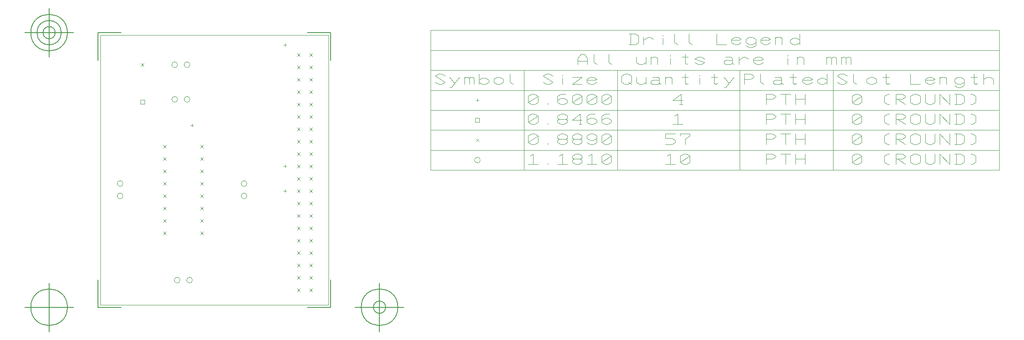
<source format=gbr>
G04 Generated by Ultiboard 14.0 *
%FSLAX34Y34*%
%MOMM*%

%ADD10C,0.0001*%
%ADD11C,0.0100*%
%ADD12C,0.1000*%
%ADD13C,0.0010*%
%ADD14C,0.1270*%


G04 ColorRGB 000000 for the following layer *
%LNDrill Symbols-Copper Top-Copper Bottom*%
%LPD*%
G54D11*
X-43640Y83820D02*
X-37640Y83820D01*
X-40640Y80820D02*
X-40640Y86820D01*
X200057Y-130143D02*
X206343Y-123857D01*
X200057Y-123857D02*
X206343Y-130143D01*
X174657Y-225457D02*
X180943Y-231743D01*
X174657Y-231743D02*
X180943Y-225457D01*
X174657Y-200057D02*
X180943Y-206343D01*
X174657Y-206343D02*
X180943Y-200057D01*
X174657Y-174657D02*
X180943Y-180943D01*
X174657Y-180943D02*
X180943Y-174657D01*
X174657Y-149257D02*
X180943Y-155543D01*
X174657Y-155543D02*
X180943Y-149257D01*
X174657Y-130143D02*
X180943Y-123857D01*
X174657Y-123857D02*
X180943Y-130143D01*
X174657Y-104743D02*
X180943Y-98457D01*
X174657Y-98457D02*
X180943Y-104743D01*
X174657Y-79343D02*
X180943Y-73057D01*
X174657Y-73057D02*
X180943Y-79343D01*
X174657Y-53943D02*
X180943Y-47657D01*
X174657Y-47657D02*
X180943Y-53943D01*
X174657Y-28543D02*
X180943Y-22257D01*
X174657Y-22257D02*
X180943Y-28543D01*
X174657Y-3143D02*
X180943Y3143D01*
X174657Y3143D02*
X180943Y-3143D01*
X174657Y28543D02*
X180943Y22257D01*
X174657Y22257D02*
X180943Y28543D01*
X174657Y47657D02*
X180943Y53943D01*
X174657Y53943D02*
X180943Y47657D01*
X174657Y73057D02*
X180943Y79343D01*
X174657Y79343D02*
X180943Y73057D01*
X174657Y104743D02*
X180943Y98457D01*
X174657Y98457D02*
X180943Y104743D01*
X174657Y123857D02*
X180943Y130143D01*
X174657Y130143D02*
X180943Y123857D01*
X174657Y155543D02*
X180943Y149257D01*
X174657Y149257D02*
X180943Y155543D01*
X174657Y180943D02*
X180943Y174657D01*
X174657Y174657D02*
X180943Y180943D01*
X174657Y200057D02*
X180943Y206343D01*
X174657Y206343D02*
X180943Y200057D01*
X174657Y225457D02*
X180943Y231743D01*
X174657Y231743D02*
X180943Y225457D01*
X200057Y-250857D02*
X206343Y-257143D01*
X200057Y-257143D02*
X206343Y-250857D01*
X200057Y-225457D02*
X206343Y-231743D01*
X200057Y-231743D02*
X206343Y-225457D01*
X200057Y-200057D02*
X206343Y-206343D01*
X200057Y-206343D02*
X206343Y-200057D01*
X200057Y-180943D02*
X206343Y-174657D01*
X200057Y-174657D02*
X206343Y-180943D01*
X200057Y-149257D02*
X206343Y-155543D01*
X200057Y-155543D02*
X206343Y-149257D01*
X200057Y-104743D02*
X206343Y-98457D01*
X200057Y-98457D02*
X206343Y-104743D01*
X200057Y-73057D02*
X206343Y-79343D01*
X200057Y-79343D02*
X206343Y-73057D01*
X200057Y-53943D02*
X206343Y-47657D01*
X200057Y-47657D02*
X206343Y-53943D01*
X200057Y-28543D02*
X206343Y-22257D01*
X200057Y-22257D02*
X206343Y-28543D01*
X200057Y-3143D02*
X206343Y3143D01*
X200057Y3143D02*
X206343Y-3143D01*
X200057Y28543D02*
X206343Y22257D01*
X200057Y22257D02*
X206343Y28543D01*
X200057Y47657D02*
X206343Y53943D01*
X200057Y53943D02*
X206343Y47657D01*
X200057Y73057D02*
X206343Y79343D01*
X200057Y79343D02*
X206343Y73057D01*
X200057Y104743D02*
X206343Y98457D01*
X200057Y98457D02*
X206343Y104743D01*
X200057Y123857D02*
X206343Y130143D01*
X200057Y130143D02*
X206343Y123857D01*
X200057Y149257D02*
X206343Y155543D01*
X200057Y155543D02*
X206343Y149257D01*
X200057Y180943D02*
X206343Y174657D01*
X200057Y174657D02*
X206343Y180943D01*
X200057Y206343D02*
X206343Y200057D01*
X200057Y200057D02*
X206343Y206343D01*
X200057Y225457D02*
X206343Y231743D01*
X200057Y231743D02*
X206343Y225457D01*
X174657Y-250857D02*
X180943Y-257143D01*
X174657Y-257143D02*
X180943Y-250857D01*
X-23463Y-32417D02*
X-17177Y-38703D01*
X-23463Y-38703D02*
X-17177Y-32417D01*
X-99663Y-134017D02*
X-93377Y-140303D01*
X-99663Y-140303D02*
X-93377Y-134017D01*
X-23463Y-83217D02*
X-17177Y-89503D01*
X-23463Y-89503D02*
X-17177Y-83217D01*
X-23463Y-114903D02*
X-17177Y-108617D01*
X-23463Y-108617D02*
X-17177Y-114903D01*
X-23463Y-64103D02*
X-17177Y-57817D01*
X-23463Y-57817D02*
X-17177Y-64103D01*
X-23463Y-13303D02*
X-17177Y-7017D01*
X-23463Y-7017D02*
X-17177Y-13303D01*
X-23463Y12097D02*
X-17177Y18383D01*
X-23463Y18383D02*
X-17177Y12097D01*
X-23463Y37497D02*
X-17177Y43783D01*
X-23463Y43783D02*
X-17177Y37497D01*
X-99663Y18383D02*
X-93377Y12097D01*
X-99663Y12097D02*
X-93377Y18383D01*
X-99663Y-64103D02*
X-93377Y-57817D01*
X-99663Y-57817D02*
X-93377Y-64103D01*
X-99663Y-89503D02*
X-93377Y-83217D01*
X-99663Y-83217D02*
X-93377Y-89503D01*
X-99663Y-114903D02*
X-93377Y-108617D01*
X-99663Y-108617D02*
X-93377Y-114903D01*
X-99663Y-7017D02*
X-93377Y-13303D01*
X-99663Y-13303D02*
X-93377Y-7017D01*
X-99663Y-32417D02*
X-93377Y-38703D01*
X-99663Y-38703D02*
X-93377Y-32417D01*
X-99663Y37497D02*
X-93377Y43783D01*
X-99663Y43783D02*
X-93377Y37497D01*
X-23463Y-140303D02*
X-17177Y-134017D01*
X-23463Y-134017D02*
X-17177Y-140303D01*
X146860Y0D02*
X152860Y0D01*
X149860Y-3000D02*
X149860Y3000D01*
X146860Y-50800D02*
X152860Y-50800D01*
X149860Y-53800D02*
X149860Y-47800D01*
X-146473Y127847D02*
X-138007Y127847D01*
X-138007Y136313D01*
X-146473Y136313D01*
X-146473Y127847D01*
X-145383Y211423D02*
X-139097Y205137D01*
X-145383Y205137D02*
X-139097Y211423D01*
X146860Y248920D02*
X152860Y248920D01*
X149860Y245920D02*
X149860Y251920D01*
X540943Y50423D02*
X547229Y56709D01*
X540943Y56709D02*
X547229Y50423D01*
X539853Y90333D02*
X548319Y90333D01*
X548319Y98799D01*
X539853Y98799D01*
X539853Y90333D01*
X541086Y135566D02*
X547086Y135566D01*
X544086Y132566D02*
X544086Y138566D01*
G54D12*
X-82105Y208280D02*
G75*
D01*
G02X-82105Y208280I5905J0*
G01*
X-56705Y208280D02*
G75*
D01*
G02X-56705Y208280I5905J0*
G01*
X-82105Y137160D02*
G75*
D01*
G02X-82105Y137160I5905J0*
G01*
X-56705Y137160D02*
G75*
D01*
G02X-56705Y137160I5905J0*
G01*
X-77025Y-233680D02*
G75*
D01*
G02X-77025Y-233680I5905J0*
G01*
X-51625Y-233680D02*
G75*
D01*
G02X-51625Y-233680I5905J0*
G01*
X60135Y-60960D02*
G75*
D01*
G02X60135Y-60960I5905J0*
G01*
X60135Y-35560D02*
G75*
D01*
G02X60135Y-35560I5905J0*
G01*
X-193865Y-60960D02*
G75*
D01*
G02X-193865Y-60960I5905J0*
G01*
X-193865Y-35560D02*
G75*
D01*
G02X-193865Y-35560I5905J0*
G01*
X538181Y12566D02*
G75*
D01*
G02X538181Y12566I5905J0*
G01*
X651753Y21137D02*
X658419Y25423D01*
X658419Y3995D01*
X648419Y3995D02*
X668419Y3995D01*
X688419Y3995D02*
X688419Y6137D01*
X711753Y21137D02*
X718419Y25423D01*
X718419Y3995D01*
X708419Y3995D02*
X728419Y3995D01*
X751753Y3995D02*
X745086Y3995D01*
X738419Y8280D01*
X738419Y12566D01*
X741753Y14709D01*
X738419Y16852D01*
X738419Y21137D01*
X745086Y25423D01*
X751753Y25423D01*
X758419Y21137D01*
X758419Y16852D01*
X755086Y14709D01*
X758419Y12566D01*
X758419Y8280D01*
X751753Y3995D01*
X741753Y14709D02*
X755086Y14709D01*
X771753Y21137D02*
X778419Y25423D01*
X778419Y3995D01*
X768419Y3995D02*
X788419Y3995D01*
X798419Y21137D02*
X805086Y25423D01*
X811753Y25423D01*
X818419Y21137D01*
X818419Y8280D01*
X811753Y3995D01*
X805086Y3995D01*
X798419Y8280D01*
X798419Y21137D01*
X818419Y21137D02*
X798419Y8280D01*
X932753Y21137D02*
X939419Y25423D01*
X939419Y3995D01*
X929419Y3995D02*
X949419Y3995D01*
X959419Y21137D02*
X966086Y25423D01*
X972753Y25423D01*
X979419Y21137D01*
X979419Y8280D01*
X972753Y3995D01*
X966086Y3995D01*
X959419Y8280D01*
X959419Y21137D01*
X979419Y21137D02*
X959419Y8280D01*
X1135419Y3995D02*
X1135419Y25423D01*
X1148753Y25423D01*
X1155419Y21137D01*
X1155419Y18995D01*
X1148753Y14709D01*
X1135419Y14709D01*
X1175419Y3995D02*
X1175419Y25423D01*
X1165419Y25423D02*
X1185419Y25423D01*
X1195419Y3995D02*
X1195419Y25423D01*
X1215419Y3995D02*
X1215419Y25423D01*
X1195419Y14709D02*
X1215419Y14709D01*
X1311419Y21137D02*
X1318086Y25423D01*
X1324753Y25423D01*
X1331419Y21137D01*
X1331419Y8280D01*
X1324753Y3995D01*
X1318086Y3995D01*
X1311419Y8280D01*
X1311419Y21137D01*
X1331419Y21137D02*
X1311419Y8280D01*
X1388086Y3995D02*
X1384753Y3995D01*
X1378086Y8280D01*
X1378086Y21137D01*
X1384753Y25423D01*
X1388086Y25423D01*
X1401419Y3995D02*
X1401419Y25423D01*
X1414753Y25423D01*
X1421419Y21137D01*
X1421419Y18995D01*
X1414753Y14709D01*
X1401419Y14709D01*
X1404753Y14709D02*
X1421419Y3995D01*
X1431419Y8280D02*
X1438086Y3995D01*
X1444753Y3995D01*
X1451419Y8280D01*
X1451419Y21137D01*
X1444753Y25423D01*
X1438086Y25423D01*
X1431419Y21137D01*
X1431419Y8280D01*
X1461419Y25423D02*
X1461419Y8280D01*
X1468086Y3995D01*
X1474753Y3995D01*
X1481419Y8280D01*
X1481419Y25423D01*
X1491419Y3995D02*
X1491419Y25423D01*
X1511419Y3995D01*
X1511419Y25423D01*
X1521419Y3995D02*
X1534753Y3995D01*
X1541419Y8280D01*
X1541419Y21137D01*
X1534753Y25423D01*
X1521419Y25423D01*
X1524753Y25423D02*
X1524753Y3995D01*
X1554753Y25423D02*
X1558086Y25423D01*
X1564753Y21137D01*
X1564753Y8280D01*
X1558086Y3995D01*
X1554753Y3995D01*
X648419Y62137D02*
X655086Y66423D01*
X661753Y66423D01*
X668419Y62137D01*
X668419Y49280D01*
X661753Y44995D01*
X655086Y44995D01*
X648419Y49280D01*
X648419Y62137D01*
X668419Y62137D02*
X648419Y49280D01*
X688419Y44995D02*
X688419Y47137D01*
X721753Y44995D02*
X715086Y44995D01*
X708419Y49280D01*
X708419Y53566D01*
X711753Y55709D01*
X708419Y57852D01*
X708419Y62137D01*
X715086Y66423D01*
X721753Y66423D01*
X728419Y62137D01*
X728419Y57852D01*
X725086Y55709D01*
X728419Y53566D01*
X728419Y49280D01*
X721753Y44995D01*
X711753Y55709D02*
X725086Y55709D01*
X751753Y44995D02*
X745086Y44995D01*
X738419Y49280D01*
X738419Y53566D01*
X741753Y55709D01*
X738419Y57852D01*
X738419Y62137D01*
X745086Y66423D01*
X751753Y66423D01*
X758419Y62137D01*
X758419Y57852D01*
X755086Y55709D01*
X758419Y53566D01*
X758419Y49280D01*
X751753Y44995D01*
X741753Y55709D02*
X755086Y55709D01*
X768419Y49280D02*
X775086Y44995D01*
X781753Y44995D01*
X788419Y49280D01*
X788419Y57852D01*
X788419Y62137D01*
X781753Y66423D01*
X775086Y66423D01*
X768419Y62137D01*
X768419Y57852D01*
X775086Y53566D01*
X781753Y53566D01*
X788419Y57852D01*
X798419Y62137D02*
X805086Y66423D01*
X811753Y66423D01*
X818419Y62137D01*
X818419Y49280D01*
X811753Y44995D01*
X805086Y44995D01*
X798419Y49280D01*
X798419Y62137D01*
X818419Y62137D02*
X798419Y49280D01*
X949419Y66423D02*
X929419Y66423D01*
X929419Y57852D01*
X942753Y57852D01*
X949419Y53566D01*
X949419Y49280D01*
X942753Y44995D01*
X929419Y44995D01*
X969419Y44995D02*
X969419Y55709D01*
X979419Y62137D01*
X979419Y66423D01*
X959419Y66423D01*
X959419Y62137D01*
X1135419Y44995D02*
X1135419Y66423D01*
X1148753Y66423D01*
X1155419Y62137D01*
X1155419Y59995D01*
X1148753Y55709D01*
X1135419Y55709D01*
X1175419Y44995D02*
X1175419Y66423D01*
X1165419Y66423D02*
X1185419Y66423D01*
X1195419Y44995D02*
X1195419Y66423D01*
X1215419Y44995D02*
X1215419Y66423D01*
X1195419Y55709D02*
X1215419Y55709D01*
X1311419Y62137D02*
X1318086Y66423D01*
X1324753Y66423D01*
X1331419Y62137D01*
X1331419Y49280D01*
X1324753Y44995D01*
X1318086Y44995D01*
X1311419Y49280D01*
X1311419Y62137D01*
X1331419Y62137D02*
X1311419Y49280D01*
X1388086Y44995D02*
X1384753Y44995D01*
X1378086Y49280D01*
X1378086Y62137D01*
X1384753Y66423D01*
X1388086Y66423D01*
X1401419Y44995D02*
X1401419Y66423D01*
X1414753Y66423D01*
X1421419Y62137D01*
X1421419Y59995D01*
X1414753Y55709D01*
X1401419Y55709D01*
X1404753Y55709D02*
X1421419Y44995D01*
X1431419Y49280D02*
X1438086Y44995D01*
X1444753Y44995D01*
X1451419Y49280D01*
X1451419Y62137D01*
X1444753Y66423D01*
X1438086Y66423D01*
X1431419Y62137D01*
X1431419Y49280D01*
X1461419Y66423D02*
X1461419Y49280D01*
X1468086Y44995D01*
X1474753Y44995D01*
X1481419Y49280D01*
X1481419Y66423D01*
X1491419Y44995D02*
X1491419Y66423D01*
X1511419Y44995D01*
X1511419Y66423D01*
X1521419Y44995D02*
X1534753Y44995D01*
X1541419Y49280D01*
X1541419Y62137D01*
X1534753Y66423D01*
X1521419Y66423D01*
X1524753Y66423D02*
X1524753Y44995D01*
X1554753Y66423D02*
X1558086Y66423D01*
X1564753Y62137D01*
X1564753Y49280D01*
X1558086Y44995D01*
X1554753Y44995D01*
X648419Y103137D02*
X655086Y107423D01*
X661753Y107423D01*
X668419Y103137D01*
X668419Y90280D01*
X661753Y85995D01*
X655086Y85995D01*
X648419Y90280D01*
X648419Y103137D01*
X668419Y103137D02*
X648419Y90280D01*
X688419Y85995D02*
X688419Y88137D01*
X721753Y85995D02*
X715086Y85995D01*
X708419Y90280D01*
X708419Y94566D01*
X711753Y96709D01*
X708419Y98852D01*
X708419Y103137D01*
X715086Y107423D01*
X721753Y107423D01*
X728419Y103137D01*
X728419Y98852D01*
X725086Y96709D01*
X728419Y94566D01*
X728419Y90280D01*
X721753Y85995D01*
X711753Y96709D02*
X725086Y96709D01*
X758419Y94566D02*
X738419Y94566D01*
X755086Y107423D01*
X755086Y85995D01*
X751753Y85995D02*
X758419Y85995D01*
X785086Y107423D02*
X775086Y107423D01*
X768419Y103137D01*
X768419Y94566D01*
X768419Y90280D01*
X775086Y85995D01*
X781753Y85995D01*
X788419Y90280D01*
X788419Y94566D01*
X781753Y98852D01*
X775086Y98852D01*
X768419Y94566D01*
X815086Y107423D02*
X805086Y107423D01*
X798419Y103137D01*
X798419Y94566D01*
X798419Y90280D01*
X805086Y85995D01*
X811753Y85995D01*
X818419Y90280D01*
X818419Y94566D01*
X811753Y98852D01*
X805086Y98852D01*
X798419Y94566D01*
X947753Y103137D02*
X954419Y107423D01*
X954419Y85995D01*
X944419Y85995D02*
X964419Y85995D01*
X1135419Y85995D02*
X1135419Y107423D01*
X1148753Y107423D01*
X1155419Y103137D01*
X1155419Y100995D01*
X1148753Y96709D01*
X1135419Y96709D01*
X1175419Y85995D02*
X1175419Y107423D01*
X1165419Y107423D02*
X1185419Y107423D01*
X1195419Y85995D02*
X1195419Y107423D01*
X1215419Y85995D02*
X1215419Y107423D01*
X1195419Y96709D02*
X1215419Y96709D01*
X1311419Y103137D02*
X1318086Y107423D01*
X1324753Y107423D01*
X1331419Y103137D01*
X1331419Y90280D01*
X1324753Y85995D01*
X1318086Y85995D01*
X1311419Y90280D01*
X1311419Y103137D01*
X1331419Y103137D02*
X1311419Y90280D01*
X1388086Y85995D02*
X1384753Y85995D01*
X1378086Y90280D01*
X1378086Y103137D01*
X1384753Y107423D01*
X1388086Y107423D01*
X1401419Y85995D02*
X1401419Y107423D01*
X1414753Y107423D01*
X1421419Y103137D01*
X1421419Y100995D01*
X1414753Y96709D01*
X1401419Y96709D01*
X1404753Y96709D02*
X1421419Y85995D01*
X1431419Y90280D02*
X1438086Y85995D01*
X1444753Y85995D01*
X1451419Y90280D01*
X1451419Y103137D01*
X1444753Y107423D01*
X1438086Y107423D01*
X1431419Y103137D01*
X1431419Y90280D01*
X1461419Y107423D02*
X1461419Y90280D01*
X1468086Y85995D01*
X1474753Y85995D01*
X1481419Y90280D01*
X1481419Y107423D01*
X1491419Y85995D02*
X1491419Y107423D01*
X1511419Y85995D01*
X1511419Y107423D01*
X1521419Y85995D02*
X1534753Y85995D01*
X1541419Y90280D01*
X1541419Y103137D01*
X1534753Y107423D01*
X1521419Y107423D01*
X1524753Y107423D02*
X1524753Y85995D01*
X1554753Y107423D02*
X1558086Y107423D01*
X1564753Y103137D01*
X1564753Y90280D01*
X1558086Y85995D01*
X1554753Y85995D01*
X648419Y144137D02*
X655086Y148423D01*
X661753Y148423D01*
X668419Y144137D01*
X668419Y131280D01*
X661753Y126995D01*
X655086Y126995D01*
X648419Y131280D01*
X648419Y144137D01*
X668419Y144137D02*
X648419Y131280D01*
X688419Y126995D02*
X688419Y129137D01*
X725086Y148423D02*
X715086Y148423D01*
X708419Y144137D01*
X708419Y135566D01*
X708419Y131280D01*
X715086Y126995D01*
X721753Y126995D01*
X728419Y131280D01*
X728419Y135566D01*
X721753Y139852D01*
X715086Y139852D01*
X708419Y135566D01*
X738419Y144137D02*
X745086Y148423D01*
X751753Y148423D01*
X758419Y144137D01*
X758419Y131280D01*
X751753Y126995D01*
X745086Y126995D01*
X738419Y131280D01*
X738419Y144137D01*
X758419Y144137D02*
X738419Y131280D01*
X768419Y144137D02*
X775086Y148423D01*
X781753Y148423D01*
X788419Y144137D01*
X788419Y131280D01*
X781753Y126995D01*
X775086Y126995D01*
X768419Y131280D01*
X768419Y144137D01*
X788419Y144137D02*
X768419Y131280D01*
X798419Y144137D02*
X805086Y148423D01*
X811753Y148423D01*
X818419Y144137D01*
X818419Y131280D01*
X811753Y126995D01*
X805086Y126995D01*
X798419Y131280D01*
X798419Y144137D01*
X818419Y144137D02*
X798419Y131280D01*
X964419Y135566D02*
X944419Y135566D01*
X961086Y148423D01*
X961086Y126995D01*
X957753Y126995D02*
X964419Y126995D01*
X1135419Y126995D02*
X1135419Y148423D01*
X1148753Y148423D01*
X1155419Y144137D01*
X1155419Y141995D01*
X1148753Y137709D01*
X1135419Y137709D01*
X1175419Y126995D02*
X1175419Y148423D01*
X1165419Y148423D02*
X1185419Y148423D01*
X1195419Y126995D02*
X1195419Y148423D01*
X1215419Y126995D02*
X1215419Y148423D01*
X1195419Y137709D02*
X1215419Y137709D01*
X1311419Y144137D02*
X1318086Y148423D01*
X1324753Y148423D01*
X1331419Y144137D01*
X1331419Y131280D01*
X1324753Y126995D01*
X1318086Y126995D01*
X1311419Y131280D01*
X1311419Y144137D01*
X1331419Y144137D02*
X1311419Y131280D01*
X1388086Y126995D02*
X1384753Y126995D01*
X1378086Y131280D01*
X1378086Y144137D01*
X1384753Y148423D01*
X1388086Y148423D01*
X1401419Y126995D02*
X1401419Y148423D01*
X1414753Y148423D01*
X1421419Y144137D01*
X1421419Y141995D01*
X1414753Y137709D01*
X1401419Y137709D01*
X1404753Y137709D02*
X1421419Y126995D01*
X1431419Y131280D02*
X1438086Y126995D01*
X1444753Y126995D01*
X1451419Y131280D01*
X1451419Y144137D01*
X1444753Y148423D01*
X1438086Y148423D01*
X1431419Y144137D01*
X1431419Y131280D01*
X1461419Y148423D02*
X1461419Y131280D01*
X1468086Y126995D01*
X1474753Y126995D01*
X1481419Y131280D01*
X1481419Y148423D01*
X1491419Y126995D02*
X1491419Y148423D01*
X1511419Y126995D01*
X1511419Y148423D01*
X1521419Y126995D02*
X1534753Y126995D01*
X1541419Y131280D01*
X1541419Y144137D01*
X1534753Y148423D01*
X1521419Y148423D01*
X1524753Y148423D02*
X1524753Y126995D01*
X1554753Y148423D02*
X1558086Y148423D01*
X1564753Y144137D01*
X1564753Y131280D01*
X1558086Y126995D01*
X1554753Y126995D01*
G04 ColorRGB 00FFFF for the following layer *
%LNBoard Outline*%
%LPD*%
G54D10*
G54D13*
X-228607Y-284480D02*
X238760Y-284480D01*
X238760Y269240D01*
X-228607Y269240D01*
X-228607Y-284480D01*
G54D14*
X-233433Y-289306D02*
X-233433Y-232969D01*
X-233433Y-289306D02*
X-185731Y-289306D01*
X243586Y-289306D02*
X195884Y-289306D01*
X243586Y-289306D02*
X243586Y-232969D01*
X243586Y274066D02*
X243586Y217729D01*
X243586Y274066D02*
X195884Y274066D01*
X-233433Y274066D02*
X-185731Y274066D01*
X-233433Y274066D02*
X-233433Y217729D01*
X-283433Y-289306D02*
X-383433Y-289306D01*
X-333433Y-339306D02*
X-333433Y-239306D01*
X-370933Y-289306D02*
G75*
D01*
G02X-370933Y-289306I37500J0*
G01*
X293586Y-289306D02*
X393586Y-289306D01*
X343586Y-339306D02*
X343586Y-239306D01*
X306086Y-289306D02*
G75*
D01*
G02X306086Y-289306I37500J0*
G01*
X331086Y-289306D02*
G75*
D01*
G02X331086Y-289306I12500J0*
G01*
X-283433Y274066D02*
X-383433Y274066D01*
X-333433Y224066D02*
X-333433Y324066D01*
X-370933Y274066D02*
G75*
D01*
G02X-370933Y274066I37500J0*
G01*
X-358433Y274066D02*
G75*
D01*
G02X-358433Y274066I25000J0*
G01*
X-345933Y274066D02*
G75*
D01*
G02X-345933Y274066I12500J0*
G01*
G04 ColorRGB 66FFCC for the following layer *
%LNLegend Description*%
%LPD*%
G54D12*
X448586Y-7934D02*
X1613586Y-7934D01*
X1613586Y279066D01*
X448586Y279066D01*
X448586Y-7934D01*
X639586Y197066D02*
X639586Y-7934D01*
X830586Y197066D02*
X830586Y-7934D01*
X1081586Y197066D02*
X1081586Y-7934D01*
X1272586Y197066D02*
X1272586Y-7934D01*
X1613586Y197066D02*
X1613586Y-7934D01*
X448586Y33066D02*
X1613586Y33066D01*
X448586Y74066D02*
X1613586Y74066D01*
X448586Y115066D02*
X1613586Y115066D01*
X448586Y156066D02*
X1613586Y156066D01*
X457419Y172280D02*
X464086Y167995D01*
X470753Y167995D01*
X477419Y172280D01*
X457419Y185137D01*
X464086Y189423D01*
X470753Y189423D01*
X477419Y185137D01*
X487419Y161566D02*
X490753Y161566D01*
X507419Y182995D01*
X487419Y182995D02*
X497419Y170137D01*
X517419Y167995D02*
X517419Y180852D01*
X517419Y182995D01*
X517419Y180852D02*
X520753Y182995D01*
X524086Y182995D01*
X527419Y180852D01*
X530753Y182995D01*
X534086Y182995D01*
X537419Y180852D01*
X537419Y167995D01*
X527419Y180852D02*
X527419Y167995D01*
X547419Y172280D02*
X554086Y167995D01*
X560753Y167995D01*
X567419Y172280D01*
X567419Y176566D01*
X560753Y180852D01*
X554086Y180852D01*
X547419Y176566D01*
X547419Y189423D02*
X547419Y167995D01*
X577419Y172280D02*
X584086Y167995D01*
X590753Y167995D01*
X597419Y172280D01*
X597419Y178709D01*
X590753Y182995D01*
X584086Y182995D01*
X577419Y178709D01*
X577419Y172280D01*
X610753Y189423D02*
X610753Y172280D01*
X617419Y167995D01*
X678419Y172280D02*
X685086Y167995D01*
X691753Y167995D01*
X698419Y172280D01*
X678419Y185137D01*
X685086Y189423D01*
X691753Y189423D01*
X698419Y185137D01*
X718419Y167995D02*
X718419Y180852D01*
X718419Y185137D02*
X718419Y187280D01*
X738419Y182995D02*
X758419Y182995D01*
X738419Y167995D01*
X758419Y167995D01*
X788419Y172280D02*
X781753Y167995D01*
X775086Y167995D01*
X768419Y172280D01*
X768419Y178709D01*
X775086Y182995D01*
X781753Y182995D01*
X788419Y178709D01*
X785086Y176566D01*
X768419Y176566D01*
X839419Y172280D02*
X846086Y167995D01*
X852753Y167995D01*
X859419Y172280D01*
X859419Y185137D01*
X852753Y189423D01*
X846086Y189423D01*
X839419Y185137D01*
X839419Y172280D01*
X852753Y172280D02*
X859419Y167995D01*
X869419Y182995D02*
X869419Y172280D01*
X876086Y167995D01*
X882753Y167995D01*
X889419Y172280D01*
X889419Y182995D01*
X889419Y172280D02*
X889419Y167995D01*
X902753Y182995D02*
X912753Y182995D01*
X916086Y180852D01*
X916086Y170137D01*
X912753Y167995D01*
X902753Y167995D01*
X899419Y170137D01*
X899419Y174423D01*
X902753Y176566D01*
X916086Y176566D01*
X916086Y170137D02*
X919419Y167995D01*
X929419Y167995D02*
X929419Y180852D01*
X929419Y182995D01*
X929419Y180852D02*
X932753Y182995D01*
X939419Y182995D01*
X942753Y180852D01*
X942753Y167995D01*
X976086Y170137D02*
X972753Y167995D01*
X969419Y170137D01*
X969419Y189423D01*
X962753Y182995D02*
X976086Y182995D01*
X999419Y167995D02*
X999419Y180852D01*
X999419Y185137D02*
X999419Y187280D01*
X1036086Y170137D02*
X1032753Y167995D01*
X1029419Y170137D01*
X1029419Y189423D01*
X1022753Y182995D02*
X1036086Y182995D01*
X1049419Y161566D02*
X1052753Y161566D01*
X1069419Y182995D01*
X1049419Y182995D02*
X1059419Y170137D01*
X1090419Y167995D02*
X1090419Y189423D01*
X1103753Y189423D01*
X1110419Y185137D01*
X1110419Y182995D01*
X1103753Y178709D01*
X1090419Y178709D01*
X1123753Y189423D02*
X1123753Y172280D01*
X1130419Y167995D01*
X1153753Y182995D02*
X1163753Y182995D01*
X1167086Y180852D01*
X1167086Y170137D01*
X1163753Y167995D01*
X1153753Y167995D01*
X1150419Y170137D01*
X1150419Y174423D01*
X1153753Y176566D01*
X1167086Y176566D01*
X1167086Y170137D02*
X1170419Y167995D01*
X1197086Y170137D02*
X1193753Y167995D01*
X1190419Y170137D01*
X1190419Y189423D01*
X1183753Y182995D02*
X1197086Y182995D01*
X1230419Y172280D02*
X1223753Y167995D01*
X1217086Y167995D01*
X1210419Y172280D01*
X1210419Y178709D01*
X1217086Y182995D01*
X1223753Y182995D01*
X1230419Y178709D01*
X1227086Y176566D01*
X1210419Y176566D01*
X1260419Y172280D02*
X1253753Y167995D01*
X1247086Y167995D01*
X1240419Y172280D01*
X1240419Y176566D01*
X1247086Y180852D01*
X1253753Y180852D01*
X1260419Y176566D01*
X1260419Y189423D02*
X1260419Y167995D01*
X1281419Y172280D02*
X1288086Y167995D01*
X1294753Y167995D01*
X1301419Y172280D01*
X1281419Y185137D01*
X1288086Y189423D01*
X1294753Y189423D01*
X1301419Y185137D01*
X1314753Y189423D02*
X1314753Y172280D01*
X1321419Y167995D01*
X1341419Y172280D02*
X1348086Y167995D01*
X1354753Y167995D01*
X1361419Y172280D01*
X1361419Y178709D01*
X1354753Y182995D01*
X1348086Y182995D01*
X1341419Y178709D01*
X1341419Y172280D01*
X1388086Y170137D02*
X1384753Y167995D01*
X1381419Y170137D01*
X1381419Y189423D01*
X1374753Y182995D02*
X1388086Y182995D01*
X1431419Y189423D02*
X1431419Y167995D01*
X1451419Y167995D01*
X1481419Y172280D02*
X1474753Y167995D01*
X1468086Y167995D01*
X1461419Y172280D01*
X1461419Y178709D01*
X1468086Y182995D01*
X1474753Y182995D01*
X1481419Y178709D01*
X1478086Y176566D01*
X1461419Y176566D01*
X1491419Y167995D02*
X1491419Y180852D01*
X1491419Y182995D01*
X1491419Y180852D02*
X1494753Y182995D01*
X1501419Y182995D01*
X1504753Y180852D01*
X1504753Y167995D01*
X1521419Y165852D02*
X1528086Y161566D01*
X1534753Y161566D01*
X1541419Y165852D01*
X1541419Y172280D01*
X1541419Y178709D01*
X1534753Y182995D01*
X1528086Y182995D01*
X1521419Y178709D01*
X1521419Y172280D01*
X1528086Y167995D01*
X1534753Y167995D01*
X1541419Y172280D01*
X1568086Y170137D02*
X1564753Y167995D01*
X1561419Y170137D01*
X1561419Y189423D01*
X1554753Y182995D02*
X1568086Y182995D01*
X1581419Y178709D02*
X1588086Y182995D01*
X1594753Y182995D01*
X1601419Y178709D01*
X1601419Y167995D01*
X1581419Y189423D02*
X1581419Y167995D01*
X448586Y197066D02*
X1613586Y197066D01*
X749419Y208995D02*
X749419Y221852D01*
X756086Y230423D01*
X762753Y230423D01*
X769419Y221852D01*
X769419Y208995D01*
X749419Y215423D02*
X769419Y215423D01*
X782753Y230423D02*
X782753Y213280D01*
X789419Y208995D01*
X812753Y230423D02*
X812753Y213280D01*
X819419Y208995D01*
X869419Y223995D02*
X869419Y213280D01*
X876086Y208995D01*
X882753Y208995D01*
X889419Y213280D01*
X889419Y223995D01*
X889419Y213280D02*
X889419Y208995D01*
X899419Y208995D02*
X899419Y221852D01*
X899419Y223995D01*
X899419Y221852D02*
X902753Y223995D01*
X909419Y223995D01*
X912753Y221852D01*
X912753Y208995D01*
X939419Y208995D02*
X939419Y221852D01*
X939419Y226137D02*
X939419Y228280D01*
X976086Y211137D02*
X972753Y208995D01*
X969419Y211137D01*
X969419Y230423D01*
X962753Y223995D02*
X976086Y223995D01*
X989419Y213280D02*
X996086Y208995D01*
X1002753Y208995D01*
X1009419Y213280D01*
X989419Y219709D01*
X996086Y223995D01*
X1002753Y223995D01*
X1009419Y219709D01*
X1052753Y223995D02*
X1062753Y223995D01*
X1066086Y221852D01*
X1066086Y211137D01*
X1062753Y208995D01*
X1052753Y208995D01*
X1049419Y211137D01*
X1049419Y215423D01*
X1052753Y217566D01*
X1066086Y217566D01*
X1066086Y211137D02*
X1069419Y208995D01*
X1079419Y217566D02*
X1089419Y223995D01*
X1092753Y223995D01*
X1099419Y219709D01*
X1079419Y208995D02*
X1079419Y223995D01*
X1129419Y213280D02*
X1122753Y208995D01*
X1116086Y208995D01*
X1109419Y213280D01*
X1109419Y219709D01*
X1116086Y223995D01*
X1122753Y223995D01*
X1129419Y219709D01*
X1126086Y217566D01*
X1109419Y217566D01*
X1179419Y208995D02*
X1179419Y221852D01*
X1179419Y226137D02*
X1179419Y228280D01*
X1199419Y208995D02*
X1199419Y221852D01*
X1199419Y223995D01*
X1199419Y221852D02*
X1202753Y223995D01*
X1209419Y223995D01*
X1212753Y221852D01*
X1212753Y208995D01*
X1259419Y208995D02*
X1259419Y221852D01*
X1259419Y223995D01*
X1259419Y221852D02*
X1262753Y223995D01*
X1266086Y223995D01*
X1269419Y221852D01*
X1272753Y223995D01*
X1276086Y223995D01*
X1279419Y221852D01*
X1279419Y208995D01*
X1269419Y221852D02*
X1269419Y208995D01*
X1289419Y208995D02*
X1289419Y221852D01*
X1289419Y223995D01*
X1289419Y221852D02*
X1292753Y223995D01*
X1296086Y223995D01*
X1299419Y221852D01*
X1302753Y223995D01*
X1306086Y223995D01*
X1309419Y221852D01*
X1309419Y208995D01*
X1299419Y221852D02*
X1299419Y208995D01*
X448586Y238066D02*
X1613586Y238066D01*
X854419Y249995D02*
X867753Y249995D01*
X874419Y254280D01*
X874419Y267137D01*
X867753Y271423D01*
X854419Y271423D01*
X857753Y271423D02*
X857753Y249995D01*
X884419Y258566D02*
X894419Y264995D01*
X897753Y264995D01*
X904419Y260709D01*
X884419Y249995D02*
X884419Y264995D01*
X924419Y249995D02*
X924419Y262852D01*
X924419Y267137D02*
X924419Y269280D01*
X947753Y271423D02*
X947753Y254280D01*
X954419Y249995D01*
X977753Y271423D02*
X977753Y254280D01*
X984419Y249995D01*
X1034419Y271423D02*
X1034419Y249995D01*
X1054419Y249995D01*
X1084419Y254280D02*
X1077753Y249995D01*
X1071086Y249995D01*
X1064419Y254280D01*
X1064419Y260709D01*
X1071086Y264995D01*
X1077753Y264995D01*
X1084419Y260709D01*
X1081086Y258566D01*
X1064419Y258566D01*
X1094419Y247852D02*
X1101086Y243566D01*
X1107753Y243566D01*
X1114419Y247852D01*
X1114419Y254280D01*
X1114419Y260709D01*
X1107753Y264995D01*
X1101086Y264995D01*
X1094419Y260709D01*
X1094419Y254280D01*
X1101086Y249995D01*
X1107753Y249995D01*
X1114419Y254280D01*
X1144419Y254280D02*
X1137753Y249995D01*
X1131086Y249995D01*
X1124419Y254280D01*
X1124419Y260709D01*
X1131086Y264995D01*
X1137753Y264995D01*
X1144419Y260709D01*
X1141086Y258566D01*
X1124419Y258566D01*
X1154419Y249995D02*
X1154419Y262852D01*
X1154419Y264995D01*
X1154419Y262852D02*
X1157753Y264995D01*
X1164419Y264995D01*
X1167753Y262852D01*
X1167753Y249995D01*
X1204419Y254280D02*
X1197753Y249995D01*
X1191086Y249995D01*
X1184419Y254280D01*
X1184419Y258566D01*
X1191086Y262852D01*
X1197753Y262852D01*
X1204419Y258566D01*
X1204419Y271423D02*
X1204419Y249995D01*

M02*

</source>
